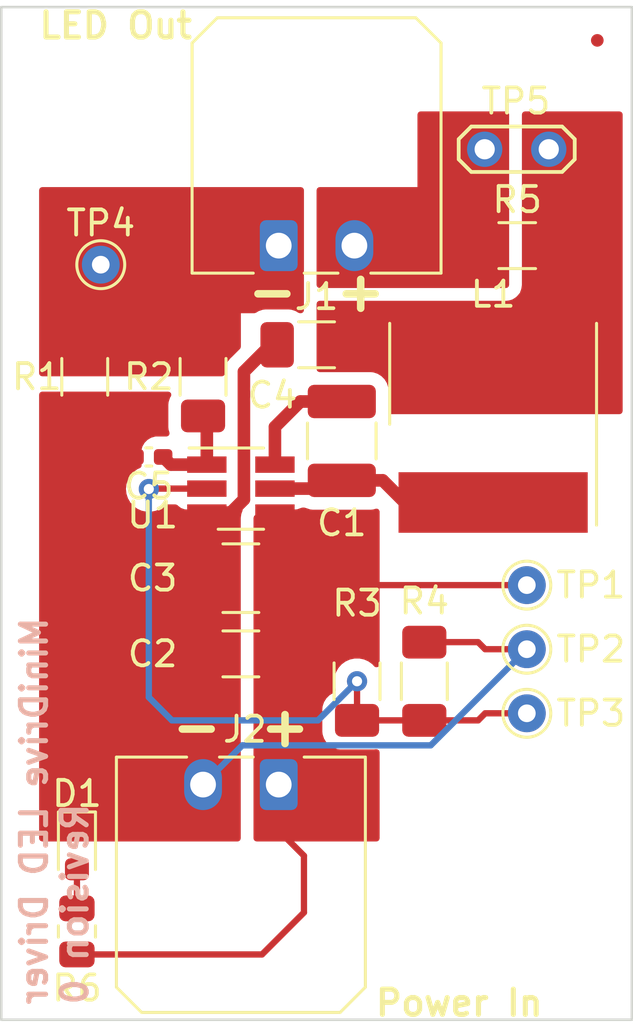
<source format=kicad_pcb>
(kicad_pcb (version 20221018) (generator pcbnew)
  (layers (0 "F.Cu" signal) (31 "B.Cu" signal) (34 "B.Paste" user) (35 "F.Paste" user) (36 "B.SilkS" user "B.Silkscreen") (37 "F.SilkS" user "F.Silkscreen") (38 "B.Mask" user) (39 "F.Mask" user) (44 "Edge.Cuts" user))
  (net 0 "")
  (net 1 "Net-(U1-SW)")
  (net 2 "Net-(U1-BOOT)")
  (net 3 "+24V")
  (net 4 "GND")
  (net 5 "Net-(J1-Pin_1)")
  (net 6 "Net-(J1-Pin_2)")
  (net 7 "Net-(U1-FB)")
  (net 8 "Net-(U1-DIM)")
  (net 9 "Net-(C4-Pad1)")
  (net 10 "Net-(D1-A)")
  (footprint "Package_TO_SOT_SMD:SOT-23-6_Handsoldering" (layer "F.Cu") (at 137 100.95)
    (fp_text reference "U1" (at -3.5 1.05) (layer "F.SilkS"))
    (fp_text value "TPS92200")
    (fp_line (start -0.9 1.61) (end 0.9 1.61) (stroke (width 0.12)) (layer "F.SilkS"))
    (fp_line (start 0.9 -1.61) (end -2.05 -1.61) (stroke (width 0.12)) (layer "F.SilkS"))
    (pad "1" smd rect (at -1.35 -0.95) (size 1.56 0.65) (layers "F.Cu" "F.Paste" "F.Mask") (net 7 "Net-(U1-FB)"))
    (pad "2" smd rect (at -1.35 0) (size 1.56 0.65) (layers "F.Cu" "F.Paste" "F.Mask") (net 8 "Net-(U1-DIM)"))
    (pad "3" smd rect (at -1.35 0.95) (size 1.56 0.65) (layers "F.Cu" "F.Paste" "F.Mask") (net 4 "GND"))
    (pad "4" smd rect (at 1.35 0.95) (size 1.56 0.65) (layers "F.Cu" "F.Paste" "F.Mask") (net 3 "+24V"))
    (pad "5" smd rect (at 1.35 0) (size 1.56 0.65) (layers "F.Cu" "F.Paste" "F.Mask") (net 1 "Net-(U1-SW)"))
    (pad "6" smd rect (at 1.35 -0.95) (size 1.56 0.65) (layers "F.Cu" "F.Paste" "F.Mask") (net 2 "Net-(U1-BOOT)"))
  )
  (footprint "Capacitor_SMD:C_1210_3225Metric_Pad1.33x2.70mm_HandSolder" (layer "F.Cu") (at 141 99.06 90)
    (fp_text reference "C1" (at -3.25 0 180) (layer "F.SilkS"))
    (fp_text value "0.1uF" hide)
    (fp_line (start -0.711252 -1.36) (end 0.711252 -1.36) (stroke (width 0.12)) (layer "F.SilkS"))
    (fp_line (start -0.711252 1.36) (end 0.711252 1.36) (stroke (width 0.12)) (layer "F.SilkS"))
    (pad "1" smd roundrect (at -1.5625 0 90) (size 1.325 2.7) (layers "F.Cu" "F.Paste" "F.Mask") (roundrect_rratio 0.188679) (net 1 "Net-(U1-SW)"))
    (pad "2" smd roundrect (at 1.5625 0 90) (size 1.325 2.7) (layers "F.Cu" "F.Paste" "F.Mask") (roundrect_rratio 0.188679) (net 2 "Net-(U1-BOOT)"))
  )
  (footprint "Resistor_SMD:R_1206_3216Metric_Pad1.30x1.75mm_HandSolder" (layer "F.Cu") (at 141.605 108.585 90)
    (fp_text reference "R3" (at 3.09 0 180) (layer "F.SilkS"))
    (fp_text value "51k" hide)
    (fp_line (start -0.727064 -0.91) (end 0.727064 -0.91) (stroke (width 0.12)) (layer "F.SilkS"))
    (fp_line (start -0.727064 0.91) (end 0.727064 0.91) (stroke (width 0.12)) (layer "F.SilkS"))
    (pad "1" smd roundrect (at -1.55 0 90) (size 1.3 1.75) (layers "F.Cu" "F.Paste" "F.Mask") (roundrect_rratio 0.192308) (net 8 "Net-(U1-DIM)"))
    (pad "2" smd roundrect (at 1.55 0 90) (size 1.3 1.75) (layers "F.Cu" "F.Paste" "F.Mask") (roundrect_rratio 0.192308) (net 3 "+24V"))
  )
  (footprint "Capacitor_SMD:C_1210_3225Metric_Pad1.33x2.70mm_HandSolder" (layer "F.Cu") (at 137 104.5 180)
    (fp_text reference "C3" (at 3.5 0) (layer "F.SilkS"))
    (fp_text value "0.1uF" hide)
    (fp_line (start -0.711252 -1.36) (end 0.711252 -1.36) (stroke (width 0.12)) (layer "F.SilkS"))
    (fp_line (start -0.711252 1.36) (end 0.711252 1.36) (stroke (width 0.12)) (layer "F.SilkS"))
    (pad "1" smd roundrect (at -1.5625 0 180) (size 1.325 2.7) (layers "F.Cu" "F.Paste" "F.Mask") (roundrect_rratio 0.188679) (net 3 "+24V"))
    (pad "2" smd roundrect (at 1.5625 0 180) (size 1.325 2.7) (layers "F.Cu" "F.Paste" "F.Mask") (roundrect_rratio 0.188679) (net 4 "GND"))
  )
  (footprint "Connector_Molex:Molex_Micro-Fit_3.0_43650-0200_1x02_P3.00mm_Horizontal" (layer "F.Cu") (at 138.5 112.68 180)
    (fp_text reference "J2" (at 1.34 2.19) (layer "F.SilkS"))
    (fp_text value "Conn_24V" hide)
    (fp_line (start -3.435 -8.03) (end -2.435 -9.03) (stroke (width 0.12)) (layer "F.SilkS"))
    (fp_line (start -3.435 1.09) (end -3.435 -8.03) (stroke (width 0.12)) (layer "F.SilkS"))
    (fp_line (start -3.435 1.09) (end -1.01 1.09) (stroke (width 0.12)) (layer "F.SilkS"))
    (fp_line (start -2.435 -9.03) (end 5.435 -9.03) (stroke (width 0.12)) (layer "F.SilkS"))
    (fp_line (start 1.01 1.09) (end 2.348233 1.09) (stroke (width 0.12)) (layer "F.SilkS"))
    (fp_line (start 5.435 -9.03) (end 6.435 -8.03) (stroke (width 0.12)) (layer "F.SilkS"))
    (fp_line (start 6.435 -8.03) (end 6.435 1.09) (stroke (width 0.12)) (layer "F.SilkS"))
    (fp_line (start 6.435 1.09) (end 3.651767 1.09) (stroke (width 0.12)) (layer "F.SilkS"))
    (pad "" np_thru_hole circle (at 1.5 -4.32 180) (size 3 3) (drill 3) (layers "*.Cu" "*.Mask"))
    (pad "1" thru_hole roundrect (at 0 0 180) (size 1.5 2.02) (drill 1.02) (layers "*.Cu" "*.Mask") (roundrect_rratio 0.166667) (net 3 "+24V"))
    (pad "2" thru_hole oval (at 3 0 180) (size 1.5 2.02) (drill 1.02) (layers "*.Cu" "*.Mask") (net 4 "GND"))
  )
  (footprint "Resistor_SMD:R_1206_3216Metric_Pad1.30x1.75mm_HandSolder" (layer "F.Cu") (at 147.955 91.32)
    (fp_text reference "R5" (at 0 -1.82) (layer "F.SilkS"))
    (fp_text value "0R" hide)
    (fp_line (start -0.727064 -0.91) (end 0.727064 -0.91) (stroke (width 0.12)) (layer "F.SilkS"))
    (fp_line (start -0.727064 0.91) (end 0.727064 0.91) (stroke (width 0.12)) (layer "F.SilkS"))
    (pad "1" smd roundrect (at -1.55 0) (size 1.3 1.75) (layers "F.Cu" "F.Paste" "F.Mask") (roundrect_rratio 0.192308) (net 6 "Net-(J1-Pin_2)"))
    (pad "2" smd roundrect (at 1.55 0) (size 1.3 1.75) (layers "F.Cu" "F.Paste" "F.Mask") (roundrect_rratio 0.192308) (net 9 "Net-(C4-Pad1)"))
  )
  (footprint "Capacitor_SMD:C_1206_3216Metric_Pad1.33x1.80mm_HandSolder" (layer "F.Cu") (at 140 95.25 180)
    (fp_text reference "C4" (at 1.75 -2) (layer "F.SilkS"))
    (fp_text value "10uF" hide)
    (fp_line (start -0.711252 -0.91) (end 0.711252 -0.91) (stroke (width 0.12)) (layer "F.SilkS"))
    (fp_line (start -0.711252 0.91) (end 0.711252 0.91) (stroke (width 0.12)) (layer "F.SilkS"))
    (pad "1" smd roundrect (at -1.5625 0 180) (size 1.325 1.8) (layers "F.Cu" "F.Paste" "F.Mask") (roundrect_rratio 0.188679) (net 9 "Net-(C4-Pad1)"))
    (pad "2" smd roundrect (at 1.5625 0 180) (size 1.325 1.8) (layers "F.Cu" "F.Paste" "F.Mask") (roundrect_rratio 0.188679) (net 4 "GND"))
  )
  (footprint "TestPoint:TestPoint_THTPad_D1.5mm_Drill0.7mm" (layer "F.Cu") (at 148.336 104.775)
    (fp_text reference "TP1" (at 2.54 0) (layer "F.SilkS"))
    (fp_text value "+24V" hide)
    (fp_circle (center 0 0) (end 0 0.95) (stroke (width 0.12)) (fill none) (layer "F.SilkS"))
    (pad "1" thru_hole circle (at 0 0) (size 1.5 1.5) (drill 0.7) (layers "*.Cu" "*.Mask") (net 3 "+24V"))
  )
  (footprint "TestPoint:TestPoint_2Pads_Pitch2.54mm_Drill0.8mm" (layer "F.Cu") (at 149.205 87.5 180)
    (fp_text reference "TP5" (at 1.3 1.905) (layer "F.SilkS"))
    (fp_text value "Current Meter" hide)
    (fp_line (start -1.03 -0.4) (end -0.53 -0.9) (stroke (width 0.15)) (layer "F.SilkS"))
    (fp_line (start -1.03 0.4) (end -1.03 -0.4) (stroke (width 0.15)) (layer "F.SilkS"))
    (fp_line (start -0.53 -0.9) (end 3.07 -0.9) (stroke (width 0.15)) (layer "F.SilkS"))
    (fp_line (start -0.53 0.9) (end -1.03 0.4) (stroke (width 0.15)) (layer "F.SilkS"))
    (fp_line (start 3.07 -0.9) (end 3.57 -0.4) (stroke (width 0.15)) (layer "F.SilkS"))
    (fp_line (start 3.07 0.9) (end -0.53 0.9) (stroke (width 0.15)) (layer "F.SilkS"))
    (fp_line (start 3.57 -0.4) (end 3.57 0.4) (stroke (width 0.15)) (layer "F.SilkS"))
    (fp_line (start 3.57 0.4) (end 3.07 0.9) (stroke (width 0.15)) (layer "F.SilkS"))
    (pad "1" thru_hole circle (at 0 0 180) (size 1.4 1.4) (drill 0.8) (layers "*.Cu" "*.Mask") (net 9 "Net-(C4-Pad1)"))
    (pad "2" thru_hole circle (at 2.54 0 180) (size 1.4 1.4) (drill 0.8) (layers "*.Cu" "*.Mask") (net 6 "Net-(J1-Pin_2)"))
  )
  (footprint "Resistor_SMD:R_1206_3216Metric_Pad1.30x1.75mm_HandSolder" (layer "F.Cu") (at 130.81 96.52 90)
    (fp_text reference "R1" (at 0 -1.905 180) (layer "F.SilkS"))
    (fp_text value "0.133R" hide)
    (fp_line (start -0.727064 -0.91) (end 0.727064 -0.91) (stroke (width 0.12)) (layer "F.SilkS"))
    (fp_line (start -0.727064 0.91) (end 0.727064 0.91) (stroke (width 0.12)) (layer "F.SilkS"))
    (pad "1" smd roundrect (at -1.55 0 90) (size 1.3 1.75) (layers "F.Cu" "F.Paste" "F.Mask") (roundrect_rratio 0.192308) (net 4 "GND"))
    (pad "2" smd roundrect (at 1.55 0 90) (size 1.3 1.75) (layers "F.Cu" "F.Paste" "F.Mask") (roundrect_rratio 0.192308) (net 5 "Net-(J1-Pin_1)"))
  )
  (footprint "Connector_Molex:Molex_Micro-Fit_3.0_43650-0200_1x02_P3.00mm_Horizontal" (layer "F.Cu") (at 138.5 91.32)
    (fp_text reference "J1" (at 1.5 2.025) (layer "F.SilkS"))
    (fp_text value "Conn_LED" hide)
    (fp_line (start -3.435 -8.03) (end -2.435 -9.03) (stroke (width 0.12)) (layer "F.SilkS"))
    (fp_line (start -3.435 1.09) (end -3.435 -8.03) (stroke (width 0.12)) (layer "F.SilkS"))
    (fp_line (start -3.435 1.09) (end -1.01 1.09) (stroke (width 0.12)) (layer "F.SilkS"))
    (fp_line (start -2.435 -9.03) (end 5.435 -9.03) (stroke (width 0.12)) (layer "F.SilkS"))
    (fp_line (start 1.01 1.09) (end 2.348233 1.09) (stroke (width 0.12)) (layer "F.SilkS"))
    (fp_line (start 5.435 -9.03) (end 6.435 -8.03) (stroke (width 0.12)) (layer "F.SilkS"))
    (fp_line (start 6.435 -8.03) (end 6.435 1.09) (stroke (width 0.12)) (layer "F.SilkS"))
    (fp_line (start 6.435 1.09) (end 3.651767 1.09) (stroke (width 0.12)) (layer "F.SilkS"))
    (pad "" np_thru_hole circle (at 1.5 -4.32) (size 3 3) (drill 3) (layers "*.Cu" "*.Mask"))
    (pad "1" thru_hole roundrect (at 0 0) (size 1.5 2.02) (drill 1.02) (layers "*.Cu" "*.Mask") (roundrect_rratio 0.166667) (net 5 "Net-(J1-Pin_1)"))
    (pad "2" thru_hole oval (at 3 0) (size 1.5 2.02) (drill 1.02) (layers "*.Cu" "*.Mask") (net 6 "Net-(J1-Pin_2)"))
  )
  (footprint "Resistor_SMD:R_0805_2012Metric" (layer "F.Cu") (at 130.5 118.5 90)
    (fp_text reference "R6" (at -2.25 0 180) (layer "F.SilkS"))
    (fp_text value "2k" hide)
    (fp_line (start -0.227064 -0.735) (end 0.227064 -0.735) (stroke (width 0.12)) (layer "F.SilkS"))
    (fp_line (start -0.227064 0.735) (end 0.227064 0.735) (stroke (width 0.12)) (layer "F.SilkS"))
    (pad "1" smd roundrect (at -0.9125 0 90) (size 1.025 1.4) (layers "F.Cu" "F.Paste" "F.Mask") (roundrect_rratio 0.243902) (net 3 "+24V"))
    (pad "2" smd roundrect (at 0.9125 0 90) (size 1.025 1.4) (layers "F.Cu" "F.Paste" "F.Mask") (roundrect_rratio 0.243902) (net 10 "Net-(D1-A)"))
  )
  (footprint "Capacitor_SMD:C_1206_3216Metric_Pad1.33x1.80mm_HandSolder" (layer "F.Cu") (at 137 107.5 180)
    (fp_text reference "C2" (at 3.5 0) (layer "F.SilkS"))
    (fp_text value "10uF" hide)
    (fp_line (start -0.711252 -0.91) (end 0.711252 -0.91) (stroke (width 0.12)) (layer "F.SilkS"))
    (fp_line (start -0.711252 0.91) (end 0.711252 0.91) (stroke (width 0.12)) (layer "F.SilkS"))
    (pad "1" smd roundrect (at -1.5625 0 180) (size 1.325 1.8) (layers "F.Cu" "F.Paste" "F.Mask") (roundrect_rratio 0.188679) (net 3 "+24V"))
    (pad "2" smd roundrect (at 1.5625 0 180) (size 1.325 1.8) (layers "F.Cu" "F.Paste" "F.Mask") (roundrect_rratio 0.188679) (net 4 "GND"))
  )
  (footprint "Inductors:L_Wurth_WE-LQS-8040" (layer "F.Cu") (at 147 98.4 90)
    (fp_text reference "L1" (at 5.15 0 unlocked) (layer "F.SilkS"))
    (fp_text value "18 uH" hide)
    (fp_line (start -4 4.1) (end 4 4.1) (stroke (width 0.12)) (layer "F.SilkS"))
    (fp_line (start 0 -4.1) (end 4 -4.1) (stroke (width 0.12)) (layer "F.SilkS"))
    (pad "1" smd rect (at -3.1 0 90) (size 2.4 7.5) (layers "F.Cu" "F.Paste" "F.Mask") (net 1 "Net-(U1-SW)"))
    (pad "2" smd rect (at 3.1 0 90) (size 2.4 7.5) (layers "F.Cu" "F.Paste" "F.Mask") (net 9 "Net-(C4-Pad1)"))
  )
  (footprint "Capacitor_SMD:C_0402_1005Metric_Pad0.74x0.62mm_HandSolder" (layer "F.Cu") (at 133.35 99.695 180)
    (fp_text reference "C5" (at 0 -1.16) (layer "F.SilkS"))
    (fp_text value "0.1uF")
    (fp_line (start -0.115835 -0.36) (end 0.115835 -0.36) (stroke (width 0.12)) (layer "F.SilkS"))
    (fp_line (start -0.115835 0.36) (end 0.115835 0.36) (stroke (width 0.12)) (layer "F.SilkS"))
    (pad "1" smd roundrect (at -0.5675 0 180) (size 0.735 0.62) (layers "F.Cu" "F.Paste" "F.Mask") (net 7 "Net-(U1-FB)"))
    (pad "2" smd roundrect (at 0.5675 0 180) (size 0.735 0.62) (layers "F.Cu" "F.Paste" "F.Mask") (net 4 "GND"))
  )
  (footprint "Resistor_SMD:R_1206_3216Metric_Pad1.30x1.75mm_HandSolder" (layer "F.Cu") (at 135.5 96.52 -90)
    (fp_text reference "R2" (at 0 2.15 -180) (layer "F.SilkS"))
    (fp_text value "0R" hide)
    (fp_line (start -0.727064 -0.91) (end 0.727064 -0.91) (stroke (width 0.12)) (layer "F.SilkS"))
    (fp_line (start -0.727064 0.91) (end 0.727064 0.91) (stroke (width 0.12)) (layer "F.SilkS"))
    (pad "1" smd roundrect (at -1.55 0 270) (size 1.3 1.75) (layers "F.Cu" "F.Paste" "F.Mask") (roundrect_rratio 0.192308) (net 5 "Net-(J1-Pin_1)"))
    (pad "2" smd roundrect (at 1.55 0 270) (size 1.3 1.75) (layers "F.Cu" "F.Paste" "F.Mask") (roundrect_rratio 0.192308) (net 7 "Net-(U1-FB)"))
  )
  (footprint "TestPoint:TestPoint_THTPad_D1.5mm_Drill0.7mm" (layer "F.Cu") (at 148.336 109.855)
    (fp_text reference "TP3" (at 2.54 0) (layer "F.SilkS"))
    (fp_text value "V_DIM" hide)
    (fp_circle (center 0 0) (end 0 0.95) (stroke (width 0.12)) (fill none) (layer "F.SilkS"))
    (pad "1" thru_hole circle (at 0 0) (size 1.5 1.5) (drill 0.7) (layers "*.Cu" "*.Mask") (net 8 "Net-(U1-DIM)"))
  )
  (footprint "Fiducial:Fiducial_0.5mm_Mask1mm" (layer "F.Cu") (at 151.13 83.185)
    (fp_text reference "FID1" hide)
    (fp_text value "Fiducial" hide)
    (pad "" smd circle (at 0 0) (size 0.5 0.5) (layers "F.Cu" "F.Mask") (clearance 0.25))
  )
  (footprint "MountingHole:MountingHole_2.7mm_M2.5" (layer "F.Cu") (at 148.59 118.11)
    (fp_text reference "H2" hide)
    (fp_text value "MountingHole" hide)
    (pad "" np_thru_hole circle (at 0 0) (size 2.7 2.7) (drill 2.7) (layers "*.Cu" "*.Mask"))
  )
  (footprint "LED_SMD:LED_0603_1608Metric" (layer "F.Cu") (at 130.5 115.25 -90)
    (fp_text reference "D1" (at -2.2125 0 -180) (layer "F.SilkS"))
    (fp_text value "LED" hide)
    (fp_line (start -1.485 -0.735) (end -1.485 0.735) (stroke (width 0.12)) (layer "F.SilkS"))
    (fp_line (start -1.485 0.735) (end 0.8 0.735) (stroke (width 0.12)) (layer "F.SilkS"))
    (fp_line (start 0.8 -0.735) (end -1.485 -0.735) (stroke (width 0.12)) (layer "F.SilkS"))
    (pad "1" smd roundrect (at -0.7875 0 270) (size 0.875 0.95) (layers "F.Cu" "F.Paste" "F.Mask") (net 4 "GND"))
    (pad "2" smd roundrect (at 0.7875 0 270) (size 0.875 0.95) (layers "F.Cu" "F.Paste" "F.Mask") (net 10 "Net-(D1-A)"))
  )
  (footprint "Resistor_SMD:R_1206_3216Metric_Pad1.30x1.75mm_HandSolder" (layer "F.Cu") (at 144.272 108.585 -90)
    (fp_text reference "R4" (at -3.175 0) (layer "F.SilkS"))
    (fp_text value "13k" hide)
    (fp_line (start -0.727064 -0.91) (end 0.727064 -0.91) (stroke (width 0.12)) (layer "F.SilkS"))
    (fp_line (start -0.727064 0.91) (end 0.727064 0.91) (stroke (width 0.12)) (layer "F.SilkS"))
    (pad "1" smd roundrect (at -1.55 0 270) (size 1.3 1.75) (layers "F.Cu" "F.Paste" "F.Mask") (roundrect_rratio 0.192308) (net 4 "GND"))
    (pad "2" smd roundrect (at 1.55 0 270) (size 1.3 1.75) (layers "F.Cu" "F.Paste" "F.Mask") (roundrect_rratio 0.192308) (net 8 "Net-(U1-DIM)"))
  )
  (footprint "TestPoint:TestPoint_THTPad_D1.5mm_Drill0.7mm" (layer "F.Cu") (at 131.445 92.075)
    (fp_text reference "TP4" (at 0 -1.648) (layer "F.SilkS"))
    (fp_text value "TestPoint" hide)
    (fp_circle (center 0 0) (end 0 0.95) (stroke (width 0.12)) (fill none) (layer "F.SilkS"))
    (pad "1" thru_hole circle (at 0 0) (size 1.5 1.5) (drill 0.7) (layers "*.Cu" "*.Mask") (net 5 "Net-(J1-Pin_1)"))
  )
  (footprint "TestPoint:TestPoint_THTPad_D1.5mm_Drill0.7mm" (layer "F.Cu") (at 148.336 107.315)
    (fp_text reference "TP2" (at 2.54 0) (layer "F.SilkS"))
    (fp_text value "GND" hide)
    (fp_circle (center 0 0) (end 0 0.95) (stroke (width 0.12)) (fill none) (layer "F.SilkS"))
    (pad "1" thru_hole circle (at 0 0) (size 1.5 1.5) (drill 0.7) (layers "*.Cu" "*.Mask") (net 4 "GND"))
  )
  (footprint "MountingHole:MountingHole_2.7mm_M2.5" (layer "F.Cu") (at 131 86)
    (fp_text reference "H1" hide)
    (fp_text value "MountingHole" hide)
    (pad "" np_thru_hole circle (at 0 0) (size 2.7 2.7) (drill 2.7) (layers "*.Cu" "*.Mask"))
  )
  (gr_rect (start 127.5 81.865) (end 152.5 122) (stroke (width 0.1)) (fill none) (layer "Edge.Cuts"))
  (gr_text "MiniDrive LED Driver\nRevision 0" (at 131 121.5 90) (layer "B.SilkS") (effects (font (size 1 1) (thickness 0.2) bold) (justify right bottom mirror)))
  (gr_text "+" (at 138.75 111.25) (layer "F.SilkS") (effects (font (size 1.5 1.5) (thickness 0.3) bold) (justify bottom)))
  (gr_text "-" (at 138.25 94) (layer "F.SilkS") (effects (font (size 1.5 1.5) (thickness 0.3) bold) (justify bottom)))
  (gr_text "+" (at 141.75 94) (layer "F.SilkS") (effects (font (size 1.5 1.5) (thickness 0.3) bold) (justify bottom)))
  (gr_text "LED Out" (at 128.905 83.185) (layer "F.SilkS") (effects (font (size 1 1) (thickness 0.2) bold) (justify left bottom)))
  (gr_text "Power In" (at 142.24 121.92) (layer "F.SilkS") (effects (font (size 1 1) (thickness 0.2) bold) (justify left bottom)))
  (gr_text "-" (at 135.25 111.25) (layer "F.SilkS") (effects (font (size 1.5 1.5) (thickness 0.3) bold) (justify bottom)))
  (segment (start 138.35 100.95) (end 140.6725 100.95) (width 0.5) (layer "F.Cu") (net 1))
  (segment (start 140.6725 100.95) (end 141 100.6225) (width 0.5) (layer "F.Cu") (net 1))
  (segment (start 141 100.5625) (end 140.6125 100.95) (width 0.5) (layer "F.Cu") (net 1))
  (segment (start 147 101.5) (end 143.5 101.5) (width 0.5) (layer "F.Cu") (net 1))
  (segment (start 143.5 101.5) (end 142.6225 100.6225) (width 0.5) (layer "F.Cu") (net 1))
  (segment (start 142.6225 100.6225) (end 141 100.6225) (width 0.5) (layer "F.Cu") (net 1))
  (segment (start 138.35 100) (end 138.35 98.505) (width 0.5) (layer "F.Cu") (net 2))
  (segment (start 139.3575 97.4975) (end 141 97.4975) (width 0.5) (layer "F.Cu") (net 2))
  (segment (start 138.35 98.505) (end 139.3575 97.4975) (width 0.5) (layer "F.Cu") (net 2))
  (segment (start 138.6125 107.55) (end 138.5625 107.5) (width 0.25) (layer "F.Cu") (net 3))
  (segment (start 139.5 115.5) (end 138.5 114.5) (width 0.25) (layer "F.Cu") (net 3))
  (segment (start 139.5 117.75) (end 139.5 115.5) (width 0.25) (layer "F.Cu") (net 3))
  (segment (start 137.8375 119.4125) (end 139.5 117.75) (width 0.25) (layer "F.Cu") (net 3))
  (segment (start 140.885 104.775) (end 140.61 104.5) (width 0.25) (layer "F.Cu") (net 3))
  (segment (start 140.61 104.5) (end 138.5625 104.5) (width 0.25) (layer "F.Cu") (net 3))
  (segment (start 138.5 114.5) (end 138.5 112.68) (width 0.25) (layer "F.Cu") (net 3))
  (segment (start 130.5 119.4125) (end 137.8375 119.4125) (width 0.25) (layer "F.Cu") (net 3))
  (segment (start 148.336 104.775) (end 140.885 104.775) (width 0.25) (layer "F.Cu") (net 3))
  (segment (start 137.12 96.3175) (end 137.12 101.38) (width 0.5) (layer "F.Cu") (net 4))
  (segment (start 136.6 101.9) (end 135.65 101.9) (width 0.5) (layer "F.Cu") (net 4))
  (segment (start 137.12 101.38) (end 136.6 101.9) (width 0.5) (layer "F.Cu") (net 4))
  (segment (start 146.405 107.035) (end 146.685 107.315) (width 0.25) (layer "F.Cu") (net 4))
  (segment (start 138.4375 95) (end 137.12 96.3175) (width 0.5) (layer "F.Cu") (net 4))
  (segment (start 144.272 107.035) (end 146.405 107.035) (width 0.25) (layer "F.Cu") (net 4))
  (segment (start 146.685 107.315) (end 148.336 107.315) (width 0.25) (layer "F.Cu") (net 4))
  (segment (start 137.055 111.125) (end 135.5 112.68) (width 0.25) (layer "B.Cu") (net 4))
  (segment (start 144.526 111.125) (end 137.055 111.125) (width 0.25) (layer "B.Cu") (net 4))
  (segment (start 148.336 107.315) (end 144.526 111.125) (width 0.25) (layer "B.Cu") (net 4))
  (segment (start 134.2225 100) (end 133.9175 99.695) (width 0.5) (layer "F.Cu") (net 7))
  (segment (start 135.65 100) (end 135.65 98.2) (width 0.5) (layer "F.Cu") (net 7))
  (segment (start 135.65 100) (end 134.2225 100) (width 0.5) (layer "F.Cu") (net 7))
  (segment (start 146.405 110.135) (end 144.272 110.135) (width 0.25) (layer "F.Cu") (net 8))
  (segment (start 141.605 110.135) (end 141.605 108.585) (width 0.25) (layer "F.Cu") (net 8))
  (segment (start 144.272 110.135) (end 141.605 110.135) (width 0.25) (layer "F.Cu") (net 8))
  (segment (start 148.336 109.855) (end 146.685 109.855) (width 0.25) (layer "F.Cu") (net 8))
  (segment (start 135.65 100.95) (end 133.365 100.95) (width 0.25) (layer "F.Cu") (net 8))
  (segment (start 133.365 100.95) (end 133.35 100.965) (width 0.25) (layer "F.Cu") (net 8))
  (segment (start 146.685 109.855) (end 146.405 110.135) (width 0.25) (layer "F.Cu") (net 8))
  (via (at 141.605 108.585) (size 0.8) (drill 0.4) (layers "F.Cu" "B.Cu") (net 8))
  (via (at 133.35 100.965) (size 0.8) (drill 0.4) (layers "F.Cu" "B.Cu") (net 8))
  (segment (start 133.35 100.965) (end 133.35 109.22) (width 0.25) (layer "B.Cu") (net 8))
  (segment (start 140.055 110.135) (end 141.605 108.585) (width 0.25) (layer "B.Cu") (net 8))
  (segment (start 133.35 109.22) (end 134.265 110.135) (width 0.25) (layer "B.Cu") (net 8))
  (segment (start 134.265 110.135) (end 140.055 110.135) (width 0.25) (layer "B.Cu") (net 8))
  (segment (start 130.5 117.5875) (end 130.5 116.0375) (width 0.25) (layer "F.Cu") (net 10))
  (zone (net 5) (net_name "Net-(J1-Pin_1)") (layer "F.Cu") (priority 2) (connect_pads yes (clearance 0.5)) (min_thickness 0.25) (fill yes (thermal_gap 0.5) (thermal_bridge_width 0.5))
    (polygon (pts (xy 129 89) (xy 129 96.5) (xy 137 96.5) (xy 137 94) (xy 139.5 94) (xy 139.5 89)))
  )
  (zone (net 6) (net_name "Net-(J1-Pin_2)") (layer "F.Cu") (priority 4) (connect_pads yes (clearance 0.5)) (min_thickness 0.25) (fill yes (thermal_gap 0.5) (thermal_bridge_width 0.5))
    (polygon (pts (xy 140 89) (xy 140 93) (xy 147.635 93) (xy 147.635 86) (xy 144 86) (xy 144 89)))
  )
  (zone (net 4) (net_name "GND") (layer "F.Cu") (connect_pads yes (clearance 0.5)) (min_thickness 0.25) (fill yes (thermal_gap 0.5) (thermal_bridge_width 0.5))
    (polygon (pts (xy 137.16 101.085) (xy 137.16 114.935) (xy 129 114.935) (xy 129 97.105) (xy 134.27 97.105) (xy 134.27 101.085)))
  )
  (zone (net 9) (net_name "Net-(C4-Pad1)") (layer "F.Cu") (priority 3) (connect_pads yes (clearance 0.5)) (min_thickness 0.25) (fill yes (thermal_gap 0.5) (thermal_bridge_width 0.5))
    (polygon (pts (xy 140 98) (xy 152.135 98) (xy 152.135 86) (xy 148.07 86) (xy 148.07 93.175) (xy 140 93.175)))
  )
  (zone (net 3) (net_name "+24V") (layer "F.Cu") (priority 1) (connect_pads yes (clearance 0.5)) (min_thickness 0.25) (fill yes (thermal_gap 0.5) (thermal_bridge_width 0.5))
    (polygon (pts (xy 137.5 101.5) (xy 137.5 114.935) (xy 142.5 114.935) (xy 142.5 101.5)))
  )
)
</source>
